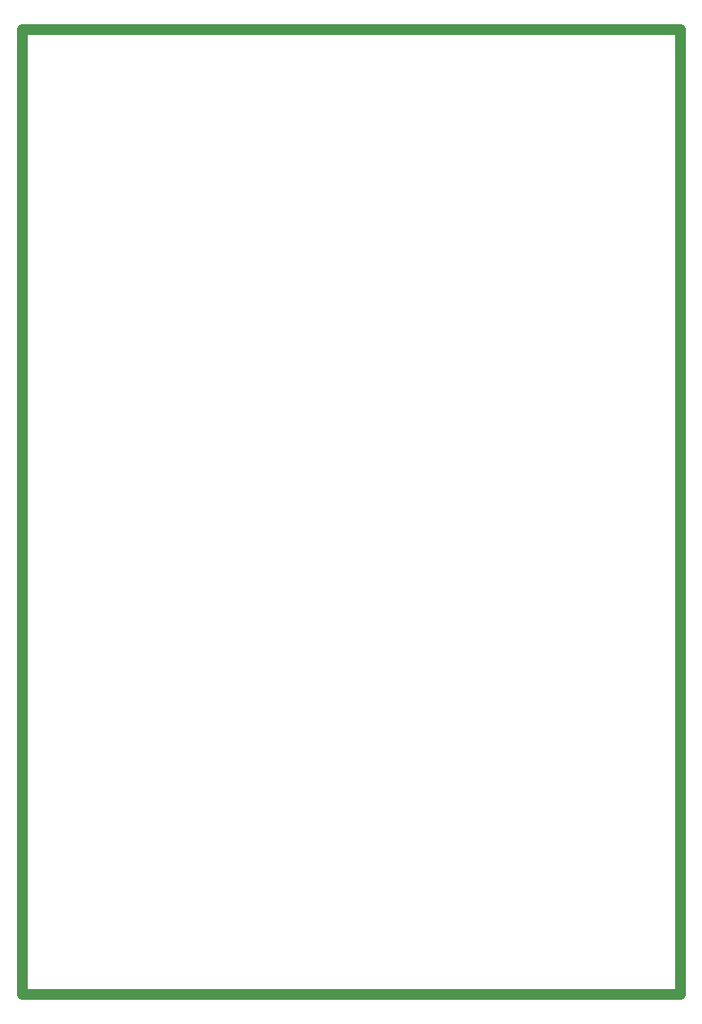
<source format=gko>
%FSTAX43Y43*%
%MOMM*%
G71*
G01*
G75*
G04 Layer_Color=16763955*
G04:AMPARAMS|DCode=10|XSize=1.3mm|YSize=1mm|CornerRadius=0.25mm|HoleSize=0mm|Usage=FLASHONLY|Rotation=270.000|XOffset=0mm|YOffset=0mm|HoleType=Round|Shape=RoundedRectangle|*
%AMROUNDEDRECTD10*
21,1,1.300,0.500,0,0,270.0*
21,1,0.800,1.000,0,0,270.0*
1,1,0.500,-0.250,-0.400*
1,1,0.500,-0.250,0.400*
1,1,0.500,0.250,0.400*
1,1,0.500,0.250,-0.400*
%
%ADD10ROUNDEDRECTD10*%
G04:AMPARAMS|DCode=11|XSize=1.5mm|YSize=1.3mm|CornerRadius=0.325mm|HoleSize=0mm|Usage=FLASHONLY|Rotation=270.000|XOffset=0mm|YOffset=0mm|HoleType=Round|Shape=RoundedRectangle|*
%AMROUNDEDRECTD11*
21,1,1.500,0.650,0,0,270.0*
21,1,0.850,1.300,0,0,270.0*
1,1,0.650,-0.325,-0.425*
1,1,0.650,-0.325,0.425*
1,1,0.650,0.325,0.425*
1,1,0.650,0.325,-0.425*
%
%ADD11ROUNDEDRECTD11*%
G04:AMPARAMS|DCode=12|XSize=1.9mm|YSize=0.5mm|CornerRadius=0.125mm|HoleSize=0mm|Usage=FLASHONLY|Rotation=0.000|XOffset=0mm|YOffset=0mm|HoleType=Round|Shape=RoundedRectangle|*
%AMROUNDEDRECTD12*
21,1,1.900,0.250,0,0,0.0*
21,1,1.650,0.500,0,0,0.0*
1,1,0.250,0.825,-0.125*
1,1,0.250,-0.825,-0.125*
1,1,0.250,-0.825,0.125*
1,1,0.250,0.825,0.125*
%
%ADD12ROUNDEDRECTD12*%
G04:AMPARAMS|DCode=13|XSize=1.9mm|YSize=0.5mm|CornerRadius=0.125mm|HoleSize=0mm|Usage=FLASHONLY|Rotation=90.000|XOffset=0mm|YOffset=0mm|HoleType=Round|Shape=RoundedRectangle|*
%AMROUNDEDRECTD13*
21,1,1.900,0.250,0,0,90.0*
21,1,1.650,0.500,0,0,90.0*
1,1,0.250,0.125,0.825*
1,1,0.250,0.125,-0.825*
1,1,0.250,-0.125,-0.825*
1,1,0.250,-0.125,0.825*
%
%ADD13ROUNDEDRECTD13*%
G04:AMPARAMS|DCode=14|XSize=1.3mm|YSize=1mm|CornerRadius=0.25mm|HoleSize=0mm|Usage=FLASHONLY|Rotation=180.000|XOffset=0mm|YOffset=0mm|HoleType=Round|Shape=RoundedRectangle|*
%AMROUNDEDRECTD14*
21,1,1.300,0.500,0,0,180.0*
21,1,0.800,1.000,0,0,180.0*
1,1,0.500,-0.400,0.250*
1,1,0.500,0.400,0.250*
1,1,0.500,0.400,-0.250*
1,1,0.500,-0.400,-0.250*
%
%ADD14ROUNDEDRECTD14*%
G04:AMPARAMS|DCode=15|XSize=1.5mm|YSize=1.3mm|CornerRadius=0.325mm|HoleSize=0mm|Usage=FLASHONLY|Rotation=0.000|XOffset=0mm|YOffset=0mm|HoleType=Round|Shape=RoundedRectangle|*
%AMROUNDEDRECTD15*
21,1,1.500,0.650,0,0,0.0*
21,1,0.850,1.300,0,0,0.0*
1,1,0.650,0.425,-0.325*
1,1,0.650,-0.425,-0.325*
1,1,0.650,-0.425,0.325*
1,1,0.650,0.425,0.325*
%
%ADD15ROUNDEDRECTD15*%
G04:AMPARAMS|DCode=16|XSize=2.65mm|YSize=1.75mm|CornerRadius=0.438mm|HoleSize=0mm|Usage=FLASHONLY|Rotation=270.000|XOffset=0mm|YOffset=0mm|HoleType=Round|Shape=RoundedRectangle|*
%AMROUNDEDRECTD16*
21,1,2.650,0.875,0,0,270.0*
21,1,1.775,1.750,0,0,270.0*
1,1,0.875,-0.438,-0.887*
1,1,0.875,-0.438,0.887*
1,1,0.875,0.438,0.887*
1,1,0.875,0.438,-0.887*
%
%ADD16ROUNDEDRECTD16*%
G04:AMPARAMS|DCode=17|XSize=0.9mm|YSize=2.7mm|CornerRadius=0.225mm|HoleSize=0mm|Usage=FLASHONLY|Rotation=270.000|XOffset=0mm|YOffset=0mm|HoleType=Round|Shape=RoundedRectangle|*
%AMROUNDEDRECTD17*
21,1,0.900,2.250,0,0,270.0*
21,1,0.450,2.700,0,0,270.0*
1,1,0.450,-1.125,-0.225*
1,1,0.450,-1.125,0.225*
1,1,0.450,1.125,0.225*
1,1,0.450,1.125,-0.225*
%
%ADD17ROUNDEDRECTD17*%
G04:AMPARAMS|DCode=18|XSize=1mm|YSize=2.8mm|CornerRadius=0.25mm|HoleSize=0mm|Usage=FLASHONLY|Rotation=270.000|XOffset=0mm|YOffset=0mm|HoleType=Round|Shape=RoundedRectangle|*
%AMROUNDEDRECTD18*
21,1,1.000,2.300,0,0,270.0*
21,1,0.500,2.800,0,0,270.0*
1,1,0.500,-1.150,-0.250*
1,1,0.500,-1.150,0.250*
1,1,0.500,1.150,0.250*
1,1,0.500,1.150,-0.250*
%
%ADD18ROUNDEDRECTD18*%
G04:AMPARAMS|DCode=19|XSize=1.5mm|YSize=1.25mm|CornerRadius=0.313mm|HoleSize=0mm|Usage=FLASHONLY|Rotation=0.000|XOffset=0mm|YOffset=0mm|HoleType=Round|Shape=RoundedRectangle|*
%AMROUNDEDRECTD19*
21,1,1.500,0.625,0,0,0.0*
21,1,0.875,1.250,0,0,0.0*
1,1,0.625,0.438,-0.313*
1,1,0.625,-0.438,-0.313*
1,1,0.625,-0.438,0.313*
1,1,0.625,0.438,0.313*
%
%ADD19ROUNDEDRECTD19*%
%ADD20O,0.500X2.250*%
G04:AMPARAMS|DCode=21|XSize=2.5mm|YSize=2mm|CornerRadius=0.5mm|HoleSize=0mm|Usage=FLASHONLY|Rotation=90.000|XOffset=0mm|YOffset=0mm|HoleType=Round|Shape=RoundedRectangle|*
%AMROUNDEDRECTD21*
21,1,2.500,1.000,0,0,90.0*
21,1,1.500,2.000,0,0,90.0*
1,1,1.000,0.500,0.750*
1,1,1.000,0.500,-0.750*
1,1,1.000,-0.500,-0.750*
1,1,1.000,-0.500,0.750*
%
%ADD21ROUNDEDRECTD21*%
%ADD22C,0.500*%
%ADD23C,1.000*%
%ADD24C,0.300*%
%ADD25C,1.600*%
%ADD26C,1.300*%
%ADD27C,1.000*%
%ADD28C,1.100*%
%ADD29C,0.700*%
G04:AMPARAMS|DCode=30|XSize=0.9mm|YSize=0.8mm|CornerRadius=0.2mm|HoleSize=0mm|Usage=FLASHONLY|Rotation=180.000|XOffset=0mm|YOffset=0mm|HoleType=Round|Shape=RoundedRectangle|*
%AMROUNDEDRECTD30*
21,1,0.900,0.400,0,0,180.0*
21,1,0.500,0.800,0,0,180.0*
1,1,0.400,-0.250,0.200*
1,1,0.400,0.250,0.200*
1,1,0.400,0.250,-0.200*
1,1,0.400,-0.250,-0.200*
%
%ADD30ROUNDEDRECTD30*%
G04:AMPARAMS|DCode=31|XSize=1.5mm|YSize=1.25mm|CornerRadius=0.313mm|HoleSize=0mm|Usage=FLASHONLY|Rotation=270.000|XOffset=0mm|YOffset=0mm|HoleType=Round|Shape=RoundedRectangle|*
%AMROUNDEDRECTD31*
21,1,1.500,0.625,0,0,270.0*
21,1,0.875,1.250,0,0,270.0*
1,1,0.625,-0.313,-0.438*
1,1,0.625,-0.313,0.438*
1,1,0.625,0.313,0.438*
1,1,0.625,0.313,-0.438*
%
%ADD31ROUNDEDRECTD31*%
%ADD32C,0.178*%
%ADD33C,0.005*%
%ADD34C,0.250*%
%ADD35C,0.254*%
%ADD36C,0.400*%
G04:AMPARAMS|DCode=37|XSize=1.503mm|YSize=1.203mm|CornerRadius=0.352mm|HoleSize=0mm|Usage=FLASHONLY|Rotation=270.000|XOffset=0mm|YOffset=0mm|HoleType=Round|Shape=RoundedRectangle|*
%AMROUNDEDRECTD37*
21,1,1.503,0.500,0,0,270.0*
21,1,0.800,1.203,0,0,270.0*
1,1,0.703,-0.250,-0.400*
1,1,0.703,-0.250,0.400*
1,1,0.703,0.250,0.400*
1,1,0.703,0.250,-0.400*
%
%ADD37ROUNDEDRECTD37*%
G04:AMPARAMS|DCode=38|XSize=1.703mm|YSize=1.503mm|CornerRadius=0.427mm|HoleSize=0mm|Usage=FLASHONLY|Rotation=270.000|XOffset=0mm|YOffset=0mm|HoleType=Round|Shape=RoundedRectangle|*
%AMROUNDEDRECTD38*
21,1,1.703,0.650,0,0,270.0*
21,1,0.850,1.503,0,0,270.0*
1,1,0.853,-0.325,-0.425*
1,1,0.853,-0.325,0.425*
1,1,0.853,0.325,0.425*
1,1,0.853,0.325,-0.425*
%
%ADD38ROUNDEDRECTD38*%
G04:AMPARAMS|DCode=39|XSize=2.1mm|YSize=0.7mm|CornerRadius=0.225mm|HoleSize=0mm|Usage=FLASHONLY|Rotation=0.000|XOffset=0mm|YOffset=0mm|HoleType=Round|Shape=RoundedRectangle|*
%AMROUNDEDRECTD39*
21,1,2.100,0.250,0,0,0.0*
21,1,1.650,0.700,0,0,0.0*
1,1,0.450,0.825,-0.125*
1,1,0.450,-0.825,-0.125*
1,1,0.450,-0.825,0.125*
1,1,0.450,0.825,0.125*
%
%ADD39ROUNDEDRECTD39*%
G04:AMPARAMS|DCode=40|XSize=2.1mm|YSize=0.7mm|CornerRadius=0.225mm|HoleSize=0mm|Usage=FLASHONLY|Rotation=90.000|XOffset=0mm|YOffset=0mm|HoleType=Round|Shape=RoundedRectangle|*
%AMROUNDEDRECTD40*
21,1,2.100,0.250,0,0,90.0*
21,1,1.650,0.700,0,0,90.0*
1,1,0.450,0.125,0.825*
1,1,0.450,0.125,-0.825*
1,1,0.450,-0.125,-0.825*
1,1,0.450,-0.125,0.825*
%
%ADD40ROUNDEDRECTD40*%
G04:AMPARAMS|DCode=41|XSize=1.503mm|YSize=1.203mm|CornerRadius=0.352mm|HoleSize=0mm|Usage=FLASHONLY|Rotation=180.000|XOffset=0mm|YOffset=0mm|HoleType=Round|Shape=RoundedRectangle|*
%AMROUNDEDRECTD41*
21,1,1.503,0.500,0,0,180.0*
21,1,0.800,1.203,0,0,180.0*
1,1,0.703,-0.400,0.250*
1,1,0.703,0.400,0.250*
1,1,0.703,0.400,-0.250*
1,1,0.703,-0.400,-0.250*
%
%ADD41ROUNDEDRECTD41*%
G04:AMPARAMS|DCode=42|XSize=1.703mm|YSize=1.503mm|CornerRadius=0.427mm|HoleSize=0mm|Usage=FLASHONLY|Rotation=0.000|XOffset=0mm|YOffset=0mm|HoleType=Round|Shape=RoundedRectangle|*
%AMROUNDEDRECTD42*
21,1,1.703,0.650,0,0,0.0*
21,1,0.850,1.503,0,0,0.0*
1,1,0.853,0.425,-0.325*
1,1,0.853,-0.425,-0.325*
1,1,0.853,-0.425,0.325*
1,1,0.853,0.425,0.325*
%
%ADD42ROUNDEDRECTD42*%
G04:AMPARAMS|DCode=43|XSize=2.853mm|YSize=1.953mm|CornerRadius=0.539mm|HoleSize=0mm|Usage=FLASHONLY|Rotation=270.000|XOffset=0mm|YOffset=0mm|HoleType=Round|Shape=RoundedRectangle|*
%AMROUNDEDRECTD43*
21,1,2.853,0.875,0,0,270.0*
21,1,1.775,1.953,0,0,270.0*
1,1,1.078,-0.438,-0.887*
1,1,1.078,-0.438,0.887*
1,1,1.078,0.438,0.887*
1,1,1.078,0.438,-0.887*
%
%ADD43ROUNDEDRECTD43*%
G04:AMPARAMS|DCode=44|XSize=1.103mm|YSize=2.903mm|CornerRadius=0.327mm|HoleSize=0mm|Usage=FLASHONLY|Rotation=270.000|XOffset=0mm|YOffset=0mm|HoleType=Round|Shape=RoundedRectangle|*
%AMROUNDEDRECTD44*
21,1,1.103,2.250,0,0,270.0*
21,1,0.450,2.903,0,0,270.0*
1,1,0.653,-1.125,-0.225*
1,1,0.653,-1.125,0.225*
1,1,0.653,1.125,0.225*
1,1,0.653,1.125,-0.225*
%
%ADD44ROUNDEDRECTD44*%
G04:AMPARAMS|DCode=45|XSize=1.203mm|YSize=3.003mm|CornerRadius=0.352mm|HoleSize=0mm|Usage=FLASHONLY|Rotation=270.000|XOffset=0mm|YOffset=0mm|HoleType=Round|Shape=RoundedRectangle|*
%AMROUNDEDRECTD45*
21,1,1.203,2.300,0,0,270.0*
21,1,0.500,3.003,0,0,270.0*
1,1,0.703,-1.150,-0.250*
1,1,0.703,-1.150,0.250*
1,1,0.703,1.150,0.250*
1,1,0.703,1.150,-0.250*
%
%ADD45ROUNDEDRECTD45*%
G04:AMPARAMS|DCode=46|XSize=1.703mm|YSize=1.453mm|CornerRadius=0.414mm|HoleSize=0mm|Usage=FLASHONLY|Rotation=0.000|XOffset=0mm|YOffset=0mm|HoleType=Round|Shape=RoundedRectangle|*
%AMROUNDEDRECTD46*
21,1,1.703,0.625,0,0,0.0*
21,1,0.875,1.453,0,0,0.0*
1,1,0.828,0.438,-0.313*
1,1,0.828,-0.438,-0.313*
1,1,0.828,-0.438,0.313*
1,1,0.828,0.438,0.313*
%
%ADD46ROUNDEDRECTD46*%
%ADD47O,0.703X2.453*%
G04:AMPARAMS|DCode=48|XSize=2.703mm|YSize=2.203mm|CornerRadius=0.602mm|HoleSize=0mm|Usage=FLASHONLY|Rotation=90.000|XOffset=0mm|YOffset=0mm|HoleType=Round|Shape=RoundedRectangle|*
%AMROUNDEDRECTD48*
21,1,2.703,1.000,0,0,90.0*
21,1,1.500,2.203,0,0,90.0*
1,1,1.203,0.500,0.750*
1,1,1.203,0.500,-0.750*
1,1,1.203,-0.500,-0.750*
1,1,1.203,-0.500,0.750*
%
%ADD48ROUNDEDRECTD48*%
%ADD49C,1.800*%
%ADD50C,1.803*%
%ADD51C,1.500*%
%ADD52C,1.503*%
%ADD53C,1.200*%
%ADD54C,1.303*%
%ADD55C,0.903*%
G04:AMPARAMS|DCode=56|XSize=1.103mm|YSize=1.003mm|CornerRadius=0.302mm|HoleSize=0mm|Usage=FLASHONLY|Rotation=180.000|XOffset=0mm|YOffset=0mm|HoleType=Round|Shape=RoundedRectangle|*
%AMROUNDEDRECTD56*
21,1,1.103,0.400,0,0,180.0*
21,1,0.500,1.003,0,0,180.0*
1,1,0.603,-0.250,0.200*
1,1,0.603,0.250,0.200*
1,1,0.603,0.250,-0.200*
1,1,0.603,-0.250,-0.200*
%
%ADD56ROUNDEDRECTD56*%
G04:AMPARAMS|DCode=57|XSize=1.703mm|YSize=1.453mm|CornerRadius=0.414mm|HoleSize=0mm|Usage=FLASHONLY|Rotation=270.000|XOffset=0mm|YOffset=0mm|HoleType=Round|Shape=RoundedRectangle|*
%AMROUNDEDRECTD57*
21,1,1.703,0.625,0,0,270.0*
21,1,0.875,1.453,0,0,270.0*
1,1,0.828,-0.313,-0.438*
1,1,0.828,-0.313,0.438*
1,1,0.828,0.313,0.438*
1,1,0.828,0.313,-0.438*
%
%ADD57ROUNDEDRECTD57*%
%ADD58C,0.200*%
%ADD59C,0.050*%
%ADD60C,0.100*%
D23*
X0021907Y0053975D02*
X0084137D01*
Y0145098D01*
X0021907D02*
X0084137D01*
X0021907Y0053975D02*
Y0145098D01*
M02*

</source>
